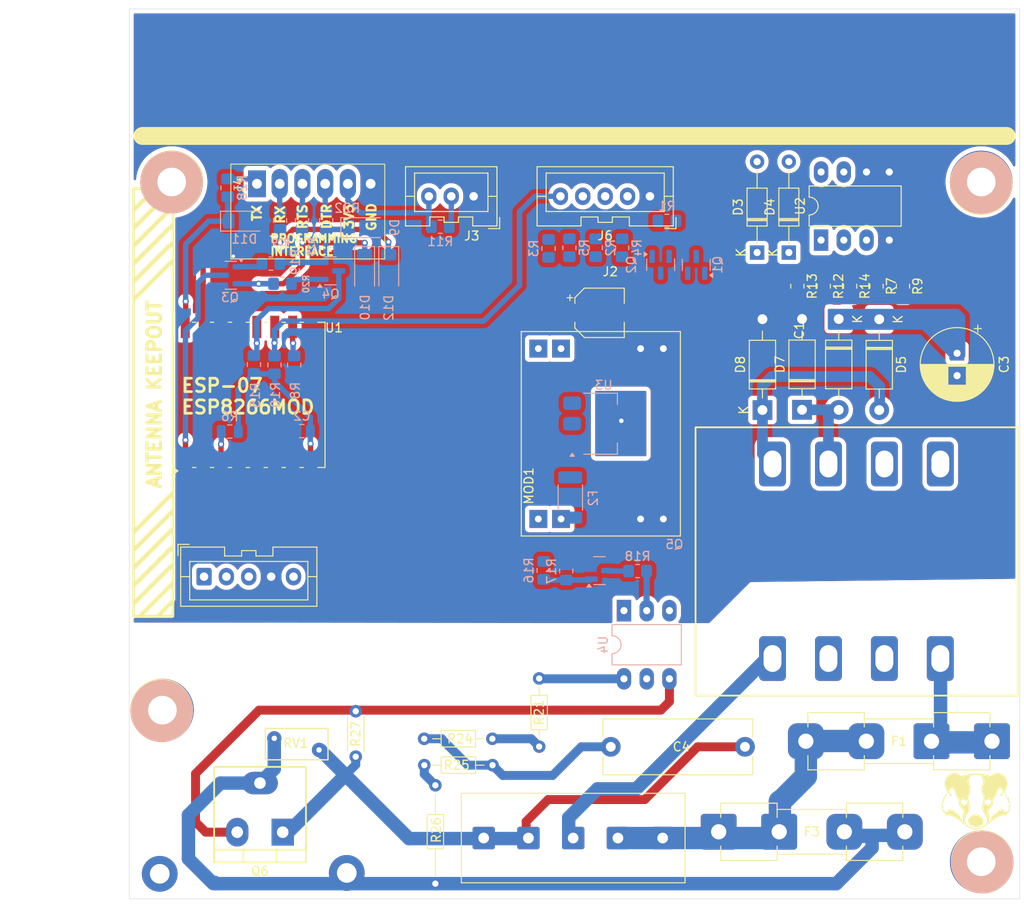
<source format=kicad_pcb>
(kicad_pcb (version 20240108) (generator "pcbnew") (generator_version "8.0")
  (layers (0 "F.Cu" signal) (31 "B.Cu" signal) (34 "B.Paste" user) (35 "F.Paste" user) (36 "B.SilkS" user "B.Silkscreen") (37 "F.SilkS" user "F.Silkscreen") (38 "B.Mask" user) (39 "F.Mask" user) (44 "Edge.Cuts" user))
  (net 0 "")
  (net 1 "GND")
  (net 2 "+5V")
  (net 3 "Net-(D5-K)")
  (net 4 "Net-(C4-Pad1)")
  (net 5 "Net-(J5-Pin_4)")
  (net 6 "Net-(D3-K)")
  (net 7 "AC_SEC_2")
  (net 8 "Net-(D9-K)")
  (net 9 "Net-(D10-K)")
  (net 10 "Net-(Q6-A2)")
  (net 11 "Net-(J4-Pin_2)")
  (net 12 "Net-(J4-Pin_1)")
  (net 13 "Net-(Q1-B)")
  (net 14 "Net-(Q2-B)")
  (net 15 "Net-(Q3-B)")
  (net 16 "Net-(Q4-B)")
  (net 17 "Net-(Q5-B)")
  (net 18 "Net-(Q5-C)")
  (net 19 "Net-(Q6-G)")
  (net 20 "Net-(U1-EN)")
  (net 21 "Net-(U1-GPIO15)")
  (net 22 "Net-(U2A-+)")
  (net 23 "Net-(U2A--)")
  (net 24 "Net-(R14-Pad2)")
  (net 25 "Net-(R18-Pad1)")
  (net 26 "Net-(R21-Pad1)")
  (net 27 "Net-(R21-Pad2)")
  (net 28 "Net-(R25-Pad1)")
  (net 32 "RST")
  (net 33 "RXD")
  (net 34 "AC_POWER_DRIVE")
  (net 35 "TXD")
  (net 36 "+3V3")
  (net 37 "GPIO0")
  (net 38 "CLK")
  (net 39 "MOSI")
  (net 40 "PUSH_BUTTON_2")
  (net 41 "CS")
  (net 42 "DS18B20")
  (net 43 "PUSH_BUTTON_1")
  (net 44 "DTR")
  (net 45 "RTS")
  (net 46 "AC_SEC_1")
  (net 47 "ZERO_CROSSING_SIGNAL")
  (net 48 "Net-(MOD1-IN+)")
  (net 49 "230V_L")
  (net 50 "Net-(T1-AA)")
  (net 51 "230V_N")
  (net 52 "LED_1")
  (net 53 "LED_2")
  (net 54 "Net-(Q1-C)")
  (net 55 "Net-(Q2-C)")
  (footprint "Resistor_SMD:R_0805_2012Metric_Pad1.20x1.40mm_HandSolder" (layer "F.Cu") (at 190.75 66.15 -90)
    (property "Reference" "R9")
    (property "Value" "10k")
  )
  (footprint "Diode_THT:D_DO-35_SOD27_P10.16mm_Horizontal" (layer "F.Cu") (at 178 62.385 90)
    (property "Reference" "D4")
    (property "Value" "1N4148")
  )
  (footprint "Diode_THT:D_DO-41_SOD81_P10.16mm_Horizontal" (layer "F.Cu") (at 179.475 79.97 90)
    (property "Reference" "D7")
    (property "Value" "1N4007")
  )
  (footprint "Varistor:RV_Disc_D7mm_W3.5mm_P5mm" (layer "F.Cu") (at 125.5 118 180)
    (property "Reference" "RV1")
    (property "Value" "S10K275")
  )
  (footprint "My-Footprints-connectors:Conn-01x06" (layer "F.Cu") (at 118.565 54.7 90)
    (property "Reference" "J4")
    (property "Value" "PROG_INTERFACE")
  )
  (footprint "My-Footprints:Fuseholder_Clip-5x20mm_Eaton_1A5601-01_Inline_P20.80x6.76mm_D1.70mm_Horizontal" (layer "F.Cu") (at 190.96 127.15 180)
    (property "Reference" "F3")
    (property "Value" "Fuse")
  )
  (footprint "Diode_THT:D_DO-41_SOD81_P10.16mm_Horizontal" (layer "F.Cu") (at 188.1 69.845 -90)
    (property "Reference" "D5")
    (property "Value" "1N4007")
  )
  (footprint "Diode_THT:D_DO-41_SOD81_P10.16mm_Horizontal" (layer "F.Cu") (at 175.05 79.995 90)
    (property "Reference" "D8")
    (property "Value" "1N4007")
  )
  (footprint "Connector_JST:JST_XA_B03B-XASK-1_1x03_P2.50mm_Vertical" (layer "F.Cu") (at 142.775 56.1 180)
    (property "Reference" "J3")
    (property "Value" "DS18B20")
  )
  (footprint "Connector_JST:JST_XA_B05B-XASK-1_1x05_P2.50mm_Vertical" (layer "F.Cu") (at 162.475 56.1 180)
    (property "Reference" "J6")
    (property "Value" "USER_PANEL")
  )
  (footprint "Resistor_SMD:R_0805_2012Metric_Pad1.20x1.40mm_HandSolder" (layer "F.Cu") (at 178.95 66.15 -90)
    (property "Reference" "R13")
    (property "Value" "1k")
  )
  (footprint "Capacitor_THT:CP_Radial_D8.0mm_P2.50mm" (layer "F.Cu") (at 196.8 73.65 -90)
    (property "Reference" "C3")
    (property "Value" "470u/16V")
  )
  (footprint "RF_Module:ESP-07" (layer "F.Cu") (at 115.45 78.3 90)
    (property "Reference" "U1")
    (property "Value" "ESP-07")
  )
  (footprint "Connector_JST:JST_XA_B05B-XASK-1_1x05_P2.50mm_Vertical" (layer "F.Cu") (at 112.65 98.625)
    (property "Reference" "J2")
    (property "Value" "DISPLAY")
  )
  (footprint "Capacitor_THT:C_Rect_L16.5mm_W6.0mm_P15.00mm_MKT" (layer "F.Cu") (at 158.1 117.65)
    (property "Reference" "C4")
    (property "Value" "22n/250V AC")
  )
  (footprint "Resistor_THT:R_Axial_DIN0204_L3.6mm_D1.6mm_P7.62mm_Horizontal" (layer "F.Cu") (at 138.5 130.95 90)
    (property "Reference" "R26")
    (property "Value" "200R")
  )
  (footprint "Resistor_THT:R_Axial_DIN0204_L3.6mm_D1.6mm_P7.62mm_Horizontal" (layer "F.Cu") (at 137.25 116.75)
    (property "Reference" "R24")
    (property "Value" "200R")
  )
  (footprint "My-Footprints:Transformer TS2-14" (layer "F.Cu") (at 203.575 111.925 180)
    (property "Reference" "T1" (hide yes))
    (property "Value" "Transformer_1P_1S")
  )
  (footprint "Diode_THT:D_DO-41_SOD81_P10.16mm_Horizontal" (layer "F.Cu") (at 183.575 69.82 -90)
    (property "Reference" "D6" (hide yes))
    (property "Value" "1N4007")
  )
  (footprint "My-Footprints-connectors:Screw-Terminal-5.00mm-5pin" (layer "F.Cu") (at 163.9 127.85 180)
    (property "Reference" "J5" (hide yes))
    (property "Value" "Screw_Terminal_01x05")
  )
  (footprint "Resistor_THT:R_Axial_DIN0204_L3.6mm_D1.6mm_P5.08mm_Horizontal" (layer "F.Cu") (at 129.6 113.67 -90)
    (property "Reference" "R27")
    (property "Value" "390R")
  )
  (footprint "Resistor_SMD:R_0805_2012Metric_Pad1.20x1.40mm_HandSolder" (layer "F.Cu") (at 184.85 66.15 -90)
    (property "Reference" "R14")
    (property "Value" "10k")
  )
  (footprint "Capacitor_SMD:CP_Elec_5x5.7" (layer "F.Cu") (at 156.85 69.125)
    (property "Reference" "C1")
    (property "Value" "470u/6,3V")
  )
  (footprint "Resistor_SMD:R_0805_2012Metric_Pad1.20x1.40mm_HandSolder" (layer "F.Cu") (at 187.8 66.15 -90)
    (property "Reference" "R7")
    (property "Value" "10k")
  )
  (footprint "graphic:honeybadger2" (layer "F.Cu") (at 198.9 123.75)
    (property "Reference" "G***" (hide yes))
    (property "Value" "LOGO" (hide yes))
  )
  (footprint "My-Footprints-converters-modules:MP1504_Mini_3A_Step_Down_Conv" (layer "F.Cu") (at 148.1 94.08 90)
    (property "Reference" "MOD1")
    (property "Value" "LM2596-Step-Down")
  )
  (footprint "Package_DIP:DIP-8_W7.62mm_LongPads" (layer "F.Cu") (at 181.6 61 90)
    (property "Reference" "U2")
    (property "Value" "LM393")
  )
  (footprint "Resistor_SMD:R_0805_2012Metric_Pad1.20x1.40mm_HandSolder" (layer "F.Cu") (at 181.9 66.15 -90)
    (property "Reference" "R12")
    (property "Value" "33k")
  )
  (footprint "Diode_THT:D_DO-35_SOD27_P10.16mm_Horizontal" (layer "F.Cu") (at 174.45 62.385 90)
    (property "Reference" "D3")
    (property "Value" "1N4148")
  )
  (footprint "Resistor_THT:R_Axial_DIN0204_L3.6mm_D1.6mm_P7.62mm_Horizontal" (layer "F.Cu") (at 150.1 117.625 90)
    (property "Reference" "R21")
    (property "Value" "200R")
  )
  (footprint "Resistor_THT:R_Axial_DIN0204_L3.6mm_D1.6mm_P7.62mm_Horizontal" (layer "F.Cu") (at 137.265 119.7)
    (property "Reference" "R25")
    (property "Value" "200R")
  )
  (footprint "My-Footprints:TO-220-3_V_Wide_Legs" (layer "F.Cu") (at 121.44 127.293466 180)
    (property "Reference" "Q6")
    (property "Value" "BT139-600")
  )
  (footprint "My-Footprints:Fuseholder_Clip-5x20mm_Eaton_1A5601-01_Inline_P20.80x6.76mm_D1.70mm_Horizontal" (layer "F.Cu") (at 179.9 117.025)
    (property "Reference" "F1")
    (property "Value" "Fuse")
  )
  (footprint "Resistor_SMD:R_0805_2012Metric_Pad1.20x1.40mm_HandSolder" (layer "B.Cu") (at 120.125 63.625)
    (property "Reference" "R19")
    (property "Value" "10k")
  )
  (footprint "Resistor_SMD:R_0805_2012Metric_Pad1.20x1.40mm_HandSolder" (layer "B.Cu") (at 153.475 61.85 90)
    (property "Reference" "R5")
    (property "Value" "220R")
  )
  (footprint "Resistor_SMD:R_0805_2012Metric_Pad1.20x1.40mm_HandSolder" (layer "B.Cu") (at 121.415 65.875 180)
    (property "Reference" "R20")
    (property "Value" "10k")
  )
  (footprint "Resistor_SMD:R_0805_2012Metric_Pad1.20x1.40mm_HandSolder" (layer "B.Cu") (at 151.15 61.925 -90)
    (property "Reference" "R3")
    (property "Value" "10k")
  )
  (footprint "Fuse:Fuse_2010_5025Metric" (layer "B.Cu") (at 153.58 89.775 -90)
    (property "Reference" "F2")
    (property "Value" "300mA")
  )
  (footprint "Diode_SMD:D_MiniMELF" (layer "B.Cu") (at 130.59 64.375 -90)
    (property "Reference" "D10")
    (property "Value" "3V3")
  )
  (footprint "Package_TO_SOT_SMD:SOT-23" (layer "B.Cu") (at 163.675 63.75 -90)
    (property "Reference" "Q2")
    (property "Value" "BC807")
  )
  (footprint "Capacitor_SMD:C_0805_2012Metric" (layer "B.Cu") (at 123.575 82.35 180)
    (property "Reference" "C2")
    (property "Value" "100n")
  )
  (footprint "Resistor_SMD:R_0805_2012Metric_Pad1.20x1.40mm_HandSolder" (layer "B.Cu") (at 118.225 74.9 90)
    (property "Reference" "R15")
    (property "Value" "10k")
  )
  (footprint "Resistor_SMD:R_0805_2012Metric_Pad1.20x1.40mm_HandSolder" (layer "B.Cu") (at 150.6 97.925 -90)
    (property "Reference" "R16")
    (property "Value" "10k")
  )
  (footprint "Resistor_SMD:R_0805_2012Metric_Pad1.20x1.40mm_HandSolder" (layer "B.Cu") (at 153.125 98 -90)
    (property "Reference" "R17")
    (property "Value" "47k")
  )
  (footprint "Package_TO_SOT_SMD:SOT-23" (layer "B.Cu") (at 167.65 63.7625 90)
    (property "Reference" "Q1")
    (property "Value" "BC807")
  )
  (footprint "Package_TO_SOT_SMD:SOT-223-3_TabPin2" (layer "B.Cu") (at 156.93 81.525)
    (property "Reference" "U3")
    (property "Value" "AMS1117-3.3")
  )
  (footprint "Resistor_SMD:R_0805_2012Metric_Pad1.20x1.40mm_HandSolder" (layer "B.Cu") (at 156.425 61.85 90)
    (property "Reference" "R2")
    (property "Value" "10K")
  )
  (footprint "Resistor_SMD:R_0805_2012Metric_Pad1.20x1.40mm_HandSolder" (layer "B.Cu") (at 164.375 58.85 180)
    (property "Reference" "R1")
    (property "Value" "10K")
  )
  (footprint "Package_DIP:DIP-6_W7.62mm_LongPads" (layer "B.Cu") (at 159.575 102.425 -90)
    (property "Reference" "U4")
    (property "Value" "MOC3033M")
  )
  (footprint "Package_TO_SOT_SMD:SOT-23" (layer "B.Cu") (at 156.8375 97.95)
    (property "Reference" "Q5")
    (property "Value" "BC817")
  )
  (footprint "Package_TO_SOT_SMD:SOT-23" (layer "B.Cu") (at 115.64 64.925 180)
    (property "Reference" "Q3")
    (property "Value" "BC817")
  )
  (footprint "Resistor_SMD:R_0805_2012Metric_Pad1.20x1.40mm_HandSolder" (layer "B.Cu") (at 115.275 55.15 90)
    (property "Reference" "R28")
    (property "Value" "1k")
  )
  (footprint "Resistor_SMD:R_0805_2012Metric_Pad1.20x1.40mm_HandSolder" (layer "B.Cu") (at 126.295 58.8 90)
    (property "Reference" "R22")
    (property "Value" "560R")
  )
  (footprint "Resistor_SMD:R_0805_2012Metric_Pad1.20x1.40mm_HandSolder" (layer "B.Cu") (at 123.595 58.8 90)
    (property "Reference" "R23")
    (property "Value" "560R")
  )
  (footprint "Diode_SMD:D_MiniMELF" (layer "B.Cu") (at 133.29 64.375 -90)
    (property "Reference" "D12")
    (property "Value" "3V3")
  )
  (footprint "Resistor_SMD:R_0805_2012Metric_Pad1.20x1.40mm_HandSolder" (layer "B.Cu") (at 139.05 59.5)
    (property "Reference" "R11")
    (property "Value" "10k")
  )
  (footprint "Package_TO_SOT_SMD:SOT-23" (layer "B.Cu") (at 126.765 64.4375)
    (property "Reference" "Q4")
    (property "Value" "BC817")
  )
  (footprint "Diode_SMD:D_MiniMELF" (layer "B.Cu") (at 130.595 59.6)
    (property "Reference" "D9")
    (property "Value" "3V3")
  )
  (footprint "Resistor_SMD:R_0805_2012Metric_Pad1.20x1.40mm_HandSolder" (layer "B.Cu") (at 159.375 61.85 90)
    (property "Reference" "R4")
    (property "Value" "220R")
  )
  (footprint "Resistor_SMD:R_0805_2012Metric_Pad1.20x1.40mm_HandSolder" (layer "B.Cu") (at 161.1 98 180)
    (property "Reference" "R18")
    (property "Value" "47R")
  )
  (footprint "Capacitor_SMD:C_0805_2012Metric" (layer "B.Cu") (at 115.525 82.4 180)
    (property "Reference" "R6")
    (property "Value" "10k")
  )
  (footprint "Diode_SMD:D_MiniMELF" (layer "B.Cu") (at 117.15 58.875)
    (property "Reference" "D11")
    (property "Value" "3V3")
  )
  (footprint "Resistor_SMD:R_0805_2012Metric_Pad1.20x1.40mm_HandSolder" (layer "B.Cu") (at 120.525 74.95 -90)
    (property "Reference" "R10")
    (property "Value" "10k")
  )
  (footprint "Resistor_SMD:R_0805_2012Metric_Pad1.20x1.40mm_HandSolder" (layer "B.Cu") (at 121.145 58.8 90)
    (property "Reference" "R29")
    (property "Value" "1k")
  )
  (footprint "Resistor_SMD:R_0805_2012Metric_Pad1.20x1.40mm_HandSolder" (layer "B.Cu") (at 122.725 74.95 -90)
    (property "Reference" "R8")
    (property "Value" "10k")
  )
  (gr_rect (start 156.4675 77.9625) (end 161.9675 85.0625) (stroke (width 0.2)) (fill solid) (layer "F.Cu") (net 36))
  (gr_rect (start 156.4675 77.9625) (end 161.9675 85.0625) (stroke (width 0.2)) (fill solid) (layer "B.Cu") (net 36))
  (gr_poly (pts (xy 182.525 70.925) (xy 192.95 70.925) (xy 196.025 74) (xy 196.025 74.25) (xy 197.35 74.25) (xy 197.625 73.975) (xy 197.625 69.475) (xy 196.925 68.775) (xy 182.475 68.775) (xy 182.45 68.8) (xy 182.45 70.875) (xy 182.525 70.95)) (stroke (width 0.2)) (fill solid) (layer "B.Cu") (net 3))
  (gr_circle (center 107.92 113.63) (end 111.37 113.63) (stroke (width 0.1)) (fill solid) (layer "B.SilkS"))
  (gr_circle (center 199.62 130.555) (end 203.07 130.555) (stroke (width 0.1)) (fill solid) (layer "B.SilkS"))
  (gr_circle (center 199.5 54.6) (end 202.95 54.6) (stroke (width 0.1)) (fill solid) (layer "B.SilkS"))
  (gr_circle (center 109.025 54.525) (end 112.475 54.525) (stroke (width 0.1)) (fill solid) (layer "B.SilkS"))
  (gr_line (start 109.037563 59.387437) (end 104.895 63.53) (stroke (width 0.5)) (layer "F.SilkS"))
  (gr_line (start 109.037563 91.387437) (end 104.895 95.53) (stroke (width 0.5)) (layer "F.SilkS"))
  (gr_line (start 109.12577 99.39923) (end 105.622693 102.902307) (stroke (width 0.5)) (layer "F.SilkS"))
  (gr_line (start 109.087308 101.437692) (end 107.575 102.95) (stroke (width 0.5)) (layer "F.SilkS"))
  (gr_rect (start 104.775 55.25) (end 109.175 103.05) (stroke (width 0.3)) (fill none) (layer "F.SilkS"))
  (gr_line (start 109.037563 63.387437) (end 104.895 67.53) (stroke (width 0.5)) (layer "F.SilkS"))
  (gr_line (start 109.037563 57.387437) (end 104.895 61.53) (stroke (width 0.5)) (layer "F.SilkS"))
  (gr_line (start 109.037563 61.387437) (end 104.895 65.53) (stroke (width 0.5)) (layer "F.SilkS"))
  (gr_circle (center 107.9 113.55) (end 111.35 113.55) (stroke (width 0.1)) (fill solid) (layer "F.SilkS"))
  (gr_circle (center 199.48 54.67) (end 202.93 54.67) (stroke (width 0.1)) (fill solid) (layer "F.SilkS"))
  (gr_circle (center 109.05 54.475) (end 112.5 54.475) (stroke (width 0.1)) (fill solid) (layer "F.SilkS"))
  (gr_line (start 107.110384 55.314616) (end 104.884872 57.540128) (stroke (width 0.5)) (layer "F.SilkS"))
  (gr_line (start 109.037563 93.387437) (end 104.895 97.53) (stroke (width 0.5)) (layer "F.SilkS"))
  (gr_line (start 109.037563 97.387437) (end 104.879615 101.545385) (stroke (width 0.5)) (layer "F.SilkS"))
  (gr_circle (center 199.6 130.475) (end 203.05 130.475) (stroke (width 0.1)) (fill solid) (layer "F.SilkS"))
  (gr_line (start 109.037563 89.387437) (end 104.895 93.53) (stroke (width 0.5)) (layer "F.SilkS"))
  (gr_line (start 202.3375 49.35) (end 105.7625 49.35) (stroke (width 2)) (layer "F.SilkS"))
  (gr_line (start 109.037563 95.387437) (end 104.895 99.53) (stroke (width 0.5)) (layer "F.SilkS"))
  (gr_rect (start 115.645 52.5) (end 132.845 63.1) (stroke (width 0.1)) (fill none) (layer "F.SilkS"))
  (gr_line (start 109.037563 55.387437) (end 104.895 59.53) (stroke (width 0.5)) (layer "F.SilkS"))
  (gr_rect (start 104.3 35.15) (end 203.8 134.65) (stroke (width 0.05)) (fill none) (layer "Edge.Cuts"))
  (gr_text "ANTENNA KEEPOUT" (at 107.975 88.95 90) (layer "F.SilkS") (effects (font (size 1.5 1.5) (thickness 0.375) (bold yes)) (justify left bottom)))
  (gr_text "RTS" (at 124.245 59.9 90) (layer "F.SilkS") (effects (font (size 1 1) (thickness 0.25) (bold yes)) (justify left bottom)))
  (gr_text "GND" (at 131.945 60.1 90) (layer "F.SilkS") (effects (font (size 1 1) (thickness 0.25) (bold yes)) (justify left bottom)))
  (gr_text "DTR" (at 126.945 59.9 90) (layer "F.SilkS") (effects (font (size 1 1) (thickness 0.25) (bold yes)) (justify left bottom)))
  (gr_text "RX" (at 121.745 59.3 90) (layer "F.SilkS") (effects (font (size 1 1) (thickness 0.25) (bold yes)) (justify left bottom)))
  (gr_text "ESP-07\nESP8266MOD" (at 109.975 80.55 0) (layer "F.SilkS") (effects (font (size 1.5 1.5) (thickness 0.3) (bold yes)) (justify left bottom)))
  (gr_text "TX" (at 119.145 59 90) (layer "F.SilkS") (effects (font (size 1 1) (thickness 0.25) (bold yes)) (justify left bottom)))
  (gr_text "PROGRAMMING\nINTERFACE" (at 119.945 62.8 0) (layer "F.SilkS") (effects (font (size 0.9 0.9) (thickness 0.225) (bold yes)) (justify left bottom)))
  (gr_text "3V3\n" (at 129.445 59.9 90) (layer "F.SilkS") (effects (font (size 1 1) (thickness 0.25) (bold yes)) (justify left bottom)))
  (via (at 107.7 131.85) (size 4) (drill 2.2) (layers "F.Cu" "B.Cu") (net 0))
  (via (at 109.037563 54.5) (size 7) (drill 3.2) (layers "F.Cu" "B.Cu") (net 0))
  (via (at 108 113.55) (size 7) (drill 3.2) (layers "F.Cu" "B.Cu") (net 0))
  (via (at 199.5 54.5) (size 7) (drill 3.2) (layers "F.Cu" "B.Cu") (net 0))
  (via (at 199.5 130.5) (size 7) (drill 3.2) (layers "F.Cu" "B.Cu") (net 0))
  (via (at 115.925 62.8) (size 0.7) (drill 0.4) (layers "F.Cu" "B.Cu") (net 1))
  (via (at 118.775 57.475) (size 0.7) (drill 0.4) (layers "F.Cu" "B.Cu") (net 1))
  (segment (start 196.8 70.9) (end 196.8 73.65) (width 1.2) (layer "B.Cu") (net 3))
  (segment (start 195.72 69.82) (end 196.8 70.9) (width 1.2) (layer "B.Cu") (net 3))
  (segment (start 151.6 120.85) (end 154.8 117.65) (width 1) (layer "B.Cu") (net 4))
  (segment (start 144.885 119.7) (end 146.035 120.85) (width 1) (layer "B.Cu") (net 4))
  (segment (start 146.035 120.85) (end 151.6 120.85) (width 1) (layer "B.Cu") (net 4))
  (segment (start 142.125 119.7) (end 144.885 119.7) (width 1) (layer "B.Cu") (net 4))
  (segment (start 139.225 116.75) (end 139.225 116.8) (width 1) (layer "B.Cu") (net 4))
  (segment (start 137.25 116.75) (end 139.225 116.75) (width 1) (layer "B.Cu") (net 4))
  (segment (start 154.8 117.65) (end 158.1 117.65) (width 1) (layer "B.Cu") (net 4))
  (segment (start 139.225 116.8) (end 142.125 119.7) (width 1) (layer "B.Cu") (net 4))
  (segment (start 148.65 126) (end 148.65 127.85) (width 1) (layer "F.Cu") (net 5))
  (segment (start 161.9 123.55) (end 151.1 123.55) (width 1) (layer "F.Cu") (net 5))
  (segment (start 173.1 117.65) (end 167.8 117.65) (width 1) (layer "F.Cu") (net 5))
  (segment (start 151.1 123.55) (end 148.65 126) (width 1) (layer "F.Cu") (net 5))
  (segment (start 167.8 117.65) (end 161.9 123.55) (width 1) (layer "F.Cu") (net 5))
  (segment (start 128.443267 120.806733) (end 129.6 119.65) (width 1) (layer "B.Cu") (net 5))
  (segment (start 128.443267 120.806733) (end 122.056534 127.193466) (width 1.5) (layer "B.Cu") (net 5))
  (segment (start 148.34 127.91) (end 148.4 127.85) (width 1.5) (layer "B.Cu") (net 5))
  (segment (start 122.056534 127.193466) (end 121.44 127.193466) (width 1.5) (layer "B.Cu") (net 5))
  (segment (start 125.636534 118) (end 125.5 118) (width 1.5) (layer "B.Cu") (net 5))
  (segment (start 128.443267 120.806733) (end 125.636534 118) (width 1.5) (layer "B.Cu") (net 5))
  (segment (start 128.443267 120.806733) (end 135.546534 127.91) (width 1.5) (layer "B.Cu") (net 5))
  (segment (start 135.546534 127.91) (end 148.34 127.91) (width 1.5) (layer "B.Cu") (net 5))
  (segment (start 129.6 119.65) (end 129.6 118.75) (width 1) (layer "B.Cu") (net 5))
  (segment (start 182.883332 85.566668) (end 182.425 86.025) (width 1.5) (layer "B.Cu") (net 7))
  (segment (start 182.425 80.045) (end 182.35 79.97) (width 1.2) (layer "B.Cu") (net 7))
  (segment (start 183.575 79.98) (end 183.565 79.97) (width 1.2) (layer "B.Cu") (net 7))
  (segment (start 183.565 79.97) (end 179.475 79.97) (width 1.2) (layer "B.Cu") (net 7))
  (segment (start 182.35 79.97) (end 183.565 79.97) (width 1.2) (layer "B.Cu") (net 7))
  (segment (start 182.425 86.025) (end 182.425 80.045) (width 1.2) (layer "B.Cu") (net 7))
  (segment (start 126.295 59.8) (end 126.295 63.02) (width 0.6) (layer "B.Cu") (net 8))
  (segment (start 126.295 63.02) (end 125.8275 63.4875) (width 0.6) (layer "B.Cu") (net 8))
  (segment (start 126.295 59.8) (end 128.645 59.8) (width 0.6) (layer "B.Cu") (net 8))
  (segment (start 121.2875 63.4875) (end 121.1 63.675) (width 0.6) (layer "B.Cu") (net 8))
  (segment (start 125.8275 63.4875) (end 121.2875 63.4875) (width 0.6) (layer "B.Cu") (net 8))
  (segment (start 128.645 59.8) (end 128.845 59.6) (width 0.6) (layer "B.Cu") (net 8))
  (segment (start 123.65 63.75) (end 123.65 61.3) (width 0.6) (layer "F.Cu") (net 9))
  (segment (start 121.525 65.875) (end 123.65 63.75) (width 0.6) (layer "F.Cu") (net 9))
  (segment (start 118.75 65.875) (end 121.525 65.875) (width 0.6) (layer "F.Cu") (net 9))
  (segment (start 123.65 61.3) (end 130.6 61.3) (width 0.6) (layer "F.Cu") (net 9))
  (via (at 118.75 65.875) (size 0.7) (drill 0.4) (layers "F.Cu" "B.Cu") (net 9))
  (via (at 123.65 61.3) (size 0.7) (drill 0.4) (layers "F.Cu" "B.Cu") (net 9))
  (via (at 130.6 61.3) (size 0.7) (drill 0.4) (layers "F.Cu" "B.Cu") (net 9))
  (segment (start 123.65 59.855) (end 123.595 59.8) (width 0.6) (layer "B.Cu") (net 9))
  (segment (start 118.75 65.875) (end 120.415 65.875) (width 0.6) (layer "B.Cu") (net 9))
  (segment (start 130.6 62.615) (end 130.59 62.625) (width 0.6) (layer "B.Cu") (net 9))
  (segment (start 123.65 61.3) (end 123.65 59.855) (width 0.6) (layer "B.Cu") (net 9))
  (segment (start 130.6 61.3) (end 130.6 62.615) (width 0.6) (layer "B.Cu") (net 9))
  (segment (start 116.5775 65.875) (end 118.75 65.875) (width 0.6) (layer "B.Cu") (net 9))
  (via (at 128.6 131.75) (size 4) (drill 2.2) (layers "F.Cu" "B.Cu") (net 10))
  (segment (start 184.3 127.65) (end 187.3 127.65) (width 1.5) (layer "B.Cu") (net 10))
  (segment (start 183.3 132.95) (end 138.5 132.95) (width 1.5) (layer "B.Cu") (net 10))
  (segment (start 184.2 127.55) (end 190.96 127.55) (width 1.5) (layer "B.Cu") (net 10))
  (segment (start 187.3 127.65) (end 187.3 128.95) (width 1.5) (layer "B.Cu") (net 10))
  (segment (start 120.5 116.7) (end 120.5 120.105466) (width 1.5) (layer "B.Cu") (net 10))
  (segment (start 113.988359 132.95) (end 113.837446 132.799087) (width 1.5) (layer "B.Cu") (net 10))
  (segment (start 138.5 132.95) (end 113.988359 132.95) (width 1.5) (layer "B.Cu") (net 10))
  (segment (start 187.3 128.95) (end 183.3 132.95) (width 1.5) (layer "B.Cu") (net 10))
  (segment (start 110.91 130.173466) (end 112.71 131.973466) (width 1.5) (layer "B.Cu") (net 10))
  (segment (start 120.5 120.105466) (end 118.9 121.705466) (width 1.5) (layer "B.Cu") (net 10))
  (segment (start 112.71 131.973466) (end 113.686534 132.95) (width 1.5) (layer "B.Cu") (net 10))
  (segment (start 110.91 125.273466) (end 110.91 130.173466) (width 1.5) (layer "B.Cu") (net 10))
  (segment (start 184.2 127.55) (end 184.3 127.65) (width 1.5) (layer "B.Cu") (net 10))
  (segment (start 118.9 121.705466) (end 114.478 121.705466) (width 1.5) (layer "B.Cu") (net 10))
  (segment (start 118.9 121.705466) (end 117.620932 121.705466) (width 1.5) (layer "B.Cu") (net 10))
  (segment (start 114.478 121.705466) (end 110.91 125.273466) (width 1.5) (layer "B.Cu") (net 10))
  (segment (start 121.105 57.76) (end 121.145 57.8) (width 0.6) (layer "B.Cu") (net 11))
  (segment (start 121.105 54.7) (end 121.105 57.76) (width 0.6) (layer "B.Cu") (net 11))
  (segment (start 115.275 54.15) (end 118.015 54.15) (width 0.6) (layer "B.Cu") (net 12))
  (segment (start 118.015 54.15) (end 118.565 54.7) (width 0.6) (layer "B.Cu") (net 12))
  (segment (start 118.8 63.975) (end 119.1 63.675) (width 0.6) (layer "B.Cu") (net 15))
  (segment (start 116.5775 63.975) (end 118.8 63.975) (width 0.6) (layer "B.Cu") (net 15))
  (segment (start 125.8275 65.3875) (end 122.9025 65.3875) (width 0.6) (layer "B.Cu") (net 16))
  (segment (start 122.9025 65.3875) (end 122.415 65.875) (width 0.6) (layer "B.Cu") (net 16))
  (segment (start 153.125 99) (end 150.675 99) (width 0.6) (layer "B.Cu") (net 17))
  (segment (start 155.8 99) (end 153.125 99) (width 0.6) (layer "B.Cu") (net 17))
  (segment (start 155.9 98.9) (end 155.8 99) (width 0.6) (layer "B.Cu") (net 17))
  (segment (start 150.675 99) (end 150.6 98.925) (width 0.6) (layer "B.Cu") (net 17))
  (segment (start 160.1 98) (end 157.825 98) (width 0.6) (layer "B.Cu") (net 18))
  (segment (start 157.825 98) (end 157.775 97.95) (width 0.6) (layer "B.Cu") (net 18))
  (segment (start 112.843466 127.193466) (end 116.19 127.193466) (width 1) (layer "F.Cu") (net 19))
  (segment (start 118.8 113.55) (end 111.7 120.65) (width 1) (layer "F.Cu") (net 19))
  (segment (start 163.7 113.55) (end 164.655 112.595) (width 1) (layer "F.Cu") (net 19))
  (segment (start 164.655 110.045) (end 164.655 112.595) (width 1) (layer "F.Cu") (net 19))
  (segment (start 163.7 113.55) (end 118.8 113.55) (width 1) (layer "F.Cu") (net 19))
  (segment (start 111.7 126.05) (end 112.843466 127.193466) (width 1) (layer "F.Cu") (net 19))
  (segment (start 111.7 120.65) (end 111.7 126.05) (width 1) (layer "F.Cu") (net 19))
  (segment (start 114.55 83.825) (end 114.55 85.9) (width 0.6) (layer "F.Cu") (net 20))
  (via (at 114.55 83.825) (size 0.7) (drill 0.4) (layers "F.Cu" "B.Cu") (net 20))
  (segment (start 114.575 83.8) (end 114.55 83.825) (width 0.6) (layer "B.Cu") (net 20))
  (segment (start 114.575 82.4) (end 114.575 83.8) (width 0.6) (layer "B.Cu") (net 20))
  (segment (start 122.55 70.7) (end 122.55 72.475) (width 0.6) (layer "F.Cu") (net 21))
  (segment (start 122.55 72.475) (end 122.6 72.525) (width 0.6) (layer "F.Cu") (net 21))
  (via (at 122.6 72.525) (size 0.7) (drill 0.4) (layers "F.Cu" "B.Cu") (net 21))
  (segment (start 122.6 73.825) (end 122.725 73.95) (width 0.6) (layer "B.Cu") (net 21))
  (segment (start 122.6 72.525) (end 122.6 73.825) (width 0.6) (layer "B.Cu") (net 21))
  (segment (start 162.1 98) (end 162.1 102.41) (width 0.7) (layer "B.Cu") (net 25))
  (segment (start 162.1 102.41) (end 162.115 102.425) (width 0.7) (layer "B.Cu") (net 25))
  (segment (start 144.87 116.75) (end 149.225 116.75) (width 1) (layer "B.Cu") (net 26))
  (segment (start 149.225 116.75) (end 150.1 117.625) (width 1) (layer "B.Cu") (net 26))
  (segment (start 159.575 110.045) (end 150.14 110.045) (width 1) (layer "B.Cu") (net 27))
  (segment (start 150.14 110.045) (end 150.1 110.005) (width 1) (layer "B.Cu") (net 27))
  (segment (start 137.265 120.715) (end 138.5 121.95) (width 1) (layer "B.Cu") (net 28))
  (segment (start 137.265 119.7) (end 137.265 120.715) (width 1) (layer "B.Cu") (net 28))
  (segment (start 110.575 83.35) (end 110.575 85.875) (width 0.6) (layer "F.Cu") (net 32))
  (segment (start 110.575 85.875) (end 110.55 85.9) (width 0.6) (layer "F.Cu") (net 32))
  (via (at 110.575 83.35) (size 0.7) (drill 0.4) (layers "F.Cu" "B.Cu") (net 32))
  (segment (start 111.975 65.75) (end 111.975 69.025) (width 0.6) (layer "B.Cu") (net 32))
  (segment (start 114.7025 64.925) (end 112.8 64.925) (width 0.6) (layer "B.Cu") (net 32))
  (segment (start 111.975 69.025) (end 111.975 69.7) (width 0.6) (layer "B.Cu") (net 32))
  (segment (start 111.975 69.7) (end 110.575 71.1) (width 0.6) (layer "B.Cu") (net 32))
  (segment (start 112.8 64.925) (end 111.975 65.75) (width 0.6) (layer "B.Cu") (net 32))
  (segment (start 110.575 71.1) (end 110.575 83.35) (width 0.6) (layer "B.Cu") (net 32))
  (segment (start 121.125 61.275) (end 122.6 59.8) (width 0.6) (layer "F.Cu") (net 33))
  (segment (start 131.85 59.8) (end 133.25 61.2) (width 0.6) (layer "F.Cu") (net 33))
  (segment (start 112.55 62.775) (end 114.05 61.275) (width 0.6) (layer "F.Cu") (net 33))
  (segment (start 112.55 70.7) (end 112.55 62.775) (width 0.6) (layer "F.Cu") (net 33))
  (segment (start 114.05 61.275) (end 121.125 61.275) (width 0.6) (layer "F.Cu") (net 33))
  (segment (start 122.6 59.8) (end 131.85 59.8) (width 0.6) (layer "F.Cu") (net 33))
  (via (at 133.25 61.2) (size 0.7) (drill 0.4) (layers "F.Cu" "B.Cu") (net 33))
  (via (at 121.125 61.275) (size 0.7) (drill 0.4) (layers "F.Cu" "B.Cu") (net 33))
  (segment (start 133.25 61.2) (end 133.25 62.585) (width 0.6) (layer "B.Cu") (net 33))
  (segment (start 121.125 61.275) (end 121.125 59.82) (width 0.6) (layer "B.Cu") (net 33))
  (segment (start 133.25 62.585) (end 133.29 62.625) (width 0.6) (layer "B.Cu") (net 33))
  (segment (start 121.125 59.82) (end 121.145 59.8) (width 0.6) (layer "B.Cu") (net 33))
  (segment (start 110.6 70.65) (end 110.55 70.7) (width 0.6) (layer "F.Cu") (net 35))
  (segment (start 110.6 67.85) (end 110.6 70.65) (width 0.6) (layer "F.Cu") (net 35))
  (via (at 110.6 67.85) (size 0.7) (drill 0.4) (layers "F.Cu" "B.Cu") (net 35))
  (segment (start 115.275 56.15) (end 115.275 58.75) (width 0.6) (layer "B.Cu") (net 35))
  (segment (start 110.6 61.45) (end 110.6 67.85) (width 0.6) (layer "B.Cu") (net 35))
  (segment (start 113.175 58.875) (end 110.6 61.45) (width 0.6) (layer "B.Cu") (net 35))
  (segment (start 115.4 58.875) (end 113.175 58.875) (width 0.6) (layer "B.Cu") (net 35))
  (segment (start 115.275 58.75) (end 115.4 58.875) (width 0.6) (layer "B.Cu") (net 35))
  (segment (start 124.55 83.75) (end 124.55 85.9) (width 0.6) (layer "F.Cu") (net 36))
  (via (at 159.28 81.2) (size 1.2) (drill 0.5) (layers "F.Cu" "B.Cu") (net 36))
  (via (at 124.55 83.75) (size 0.7) (drill 0.4) (layers "F.Cu" "B.Cu") (net 36))
  (segment (start 118.275 75.95) (end 120.525 75.95) (width 0.6) (layer "B.Cu") (net 36))
  (segment (start 128.725 54.7) (end 128.725 56.55) (width 0.6) (layer "B.Cu") (net 36))
  (segment (start 137.775 59.2) (end 138.125 59.55) (width 0.6) (layer "B.Cu") (net 36))
  (segment (start 124.525 83.725) (end 124.55 83.75) (width 0.6) (layer "B.Cu") (net 36))
  (segment (start 120.525 75.95) (end 120.525 76.8) (width 0.6) (layer "B.Cu") (net 36))
  (segment (start 130.125 57.95) (end 137.725 57.95) (width 0.6) (layer "B.Cu") (net 36))
  (segment (start 118.225 75.9) (end 116.475 77.65) (width 0.6) (layer "B.Cu") (net 36))
  (segment (start 118.225 75.9) (end 118.275 75.95) (width 0.6) (layer "B.Cu") (net 36))
  (segment (start 137.775 56.1) (end 137.775 57.9) (width 0.6) (layer "B.Cu") (net 36))
  (segment (start 120.525 76.8) (end 124.525 80.8) (width 0.6) (layer "B.Cu") (net 36))
  (segment (start 116.475 77.65) (end 116.475 82.4) (width 0.6) (layer "B.Cu") (net 36))
  (segment (start 128.725 56.55) (end 130.125 57.95) (width 0.6) (layer "B.Cu") (net 36))
  (segment (start 137.775 57.9) (end 137.775 59.2) (width 0.6) (layer "B.Cu") (net 36))
  (segment (start 124.525 80.8) (end 124.525 82.35) (width 0.6) (layer "B.Cu") (net 36))
  (segment (start 137.725 57.95) (end 137.775 57.9) (width 0.6) (layer "B.Cu") (net 36))
  (segment (start 124.525 82.35) (end 124.525 83.725) (width 0.6) (layer "B.Cu") (net 36))
  (segment (start 118.55 72.525) (end 118.55 70.7) (width 0.6) (layer "F.Cu") (net 37))
  (via (at 118.55 72.525) (size 0.7) (drill 0.4) (layers "F.Cu" "B.Cu") (net 37))
  (segment (start 127.7025 64.4375) (end 127.7025 67.5225) (width 0.6) (layer "B.Cu") (net 37))
  (segment (start 127.7025 67.5225) (end 126.575 68.65) (width 0.6) (layer "B.Cu") (net 37))
  (segment (start 118.55 69.95) (end 118.55 72.525) (width 0.6) (layer "B.Cu") (net 37))
  (segment (start 118.55 72.525) (end 118.55 73.575) (width 0.6) (layer "B.Cu") (net 37))
  (segment (start 118.55 73.575) (end 118.225 73.9) (width 0.6) (layer "B.Cu") (net 37))
  (segment (start 119.85 68.65) (end 118.55 69.95) (width 0.6) (layer "B.Cu") (net 37))
  (segment (start 126.575 68.65) (end 119.85 68.65) (width 0.6) (layer "B.Cu") (net 37))
  (segment (start 140.275 56.1) (end 140.275 59.4) (width 0.6) (layer "B.Cu") (net 42))
  (segment (start 140.275 59.4) (end 140.125 59.55) (width 0.6) (layer "B.Cu") (net 42))
  (segment (start 120.55 72.475) (end 120.525 72.5) (width 0.6) (layer "F.Cu") (net 43))
  (segment (start 120.55 70.7) (end 120.55 72.475) (width 0.6) (layer "F.Cu") (net 43))
  (via (at 120.525 72.5) (size 0.7) (drill 0.4) (layers "F.Cu" "B.Cu") (net 43))
  (segment (start 120.525 72.5) (end 120.525 73.95) (width 0.6) (layer "B.Cu") (net 43))
  (segment (start 147.9 57.825) (end 149.625 56.1) (width 0.6) (layer "B.Cu") (net 43))
  (segment (start 143.9 70.05) (end 147.9 66.05) (width 0.6) (layer "B.Cu") (net 43))
  (segment (start 120.525 72.5) (end 120.525 71.05) (width 0.6) (layer "B.Cu") (net 43))
  (segment (start 120.525 71.05) (end 121.525 70.05) (width 0.6) (layer "B.Cu") (net 43))
  (segment (start 149.625 56.1) (end 152.475 56.1) (width 0.6) (layer "B.Cu") (net 43))
  (segment (start 121.525 70.05) (end 143.9 70.05) (width 0.6) (layer "B.Cu") (net 43))
  (segment (start 147.9 66.05) (end 147.9 57.825) (width 0.6) (layer "B.Cu") (net 43))
  (segment (start 126.185 54.7) (end 126.185 57.69) (width 0.6) (layer "B.Cu") (net 44))
  (segment (start 126.185 57.69) (end 126.295 57.8) (width 0.6) (layer "B.Cu") (net 44))
  (segment (start 123.645 57.75) (end 123.595 57.8) (width 0.6) (layer "B.Cu") (net 45))
  (segment (start 123.645 54.7) (end 123.645 57.75) (width 0.6) (layer "B.Cu") (net 45))
  (segment (start 175.05 77.275) (end 175.5375 76.7875) (width 1.2) (layer "B.Cu") (net 46))
  (segment (start 187.05 76.25) (end 188.15 77.35) (width 1.2) (layer "B.Cu") (net 46))
  (segment (start 188.15 79.955) (end 188.1 80.005) (width 1.2) (layer "B.Cu") (net 46))
  (segment (start 176.075 76.25) (end 187.05 76.25) (width 1.2) (layer "B.Cu") (net 46))
  (segment (start 188.15 77.35) (end 188.15 79.955) (width 1.2) (layer "B.Cu") (net 46))
  (segment (start 176.175 86.025) (end 175.05 84.9) (width 1.2) (layer "B.Cu") (net 46))
  (segment (start 175.05 84.9) (end 175.05 79.995) (width 1.2) (layer "B.Cu") (net 46))
  (segment (start 175.05 79.995) (end 175.05 77.275) (width 1.2) (layer "B.Cu") (net 46))
  (segment (start 175.5375 76.7875) (end 176.075 76.25) (width 1.2) (layer "B.Cu") (net 46))
  (segment (start 176.92 127.15) (end 177 127.07) (width 2.5) (layer "B.Cu") (net 49))
  (segment (start 176.22 127.85) (end 176.92 127.15) (width 2.5) (layer "B.Cu") (net 49))
  (segment (start 179.9 120.95) (end 179.9 117) (width 2.5) (layer "B.Cu") (net 49))
  (segment (start 186.01 117) (end 186.66 116.35) (width 2.5) (layer "B.Cu") (net 49))
  (segment (start 179.9 117) (end 186.01 117) (width 2.5) (layer "B.Cu") (net 49))
  (segment (start 177 123.75) (end 177.1 123.75) (width 2.5) (layer "B.Cu") (net 49))
  (segment (start 177 127.07) (end 177 123.75) (width 2.5) (layer "B.Cu") (net 49))
  (segment (start 177.1 123.75) (end 179.9 120.95) (width 2.5) (layer "B.Cu") (net 49))
  (segment (start 158.9 127.85) (end 176.22 127.85) (width 2.5) (layer "B.Cu") (net 49))
  (segment (start 194.95 107.1) (end 194.95 115.34) (width 1.5) (layer "B.Cu") (net 50))
  (segment (start 193.94 116.35) (end 194.74 117.15) (width 2.5) (layer "B.Cu") (net 50))
  (segment (start 194.74 117.15) (end 199.9 117.15) (width 2.5) (layer "B.Cu") (net 50))
  (segment (start 194.95 115.34) (end 193.94 116.35) (width 1.5) (layer "B.Cu") (net 50))
  (segment (start 199.9 117.15) (end 200.7 116.35) (width 2.5) (layer "B.Cu") (net 50))
  (segment (start 160.95 122.35) (end 156.621825 122.35) (width 1.5) (layer "B.Cu") (net 51))
  (segment (start 156.621825 122.35) (end 153.4 125.571825) (width 1.5) (layer "B.Cu") (net 51))
  (segment (start 176.2 107.1) (end 160.95 122.35) (width 1.5) (layer "B.Cu") (net 51))
  (segment (start 153.4 125.571825) (end 153.4 127.85) (width 1.5) (layer "B.Cu") (net 51))
  (zone (net 1) (net_name "GND") (layers "F&B.Cu") (connect_pads yes (clearance 0.5)) (min_thickness 0.25) (fill yes (thermal_gap 0.5) (thermal_bridge_width 0.5))
    (polygon (pts (xy 103.3 135.15) (xy 204.3 135.15) (xy 204.3 34.15) (xy 103.3 34.15)))
  )
  (zone (net 0) (net_name "") (layers "F&B.Cu") (connect_pads (clearance 0)) (min_thickness 0.25)
    (keepout (tracks not_allowed) (vias not_allowed) (pads not_allowed) (copperpour not_allowed) (footprints allowed))
    (fill (thermal_gap 0.5) (thermal_bridge_width 0.5))
    (polygon (pts (xy 109.175 55.25) (xy 104.775 55.25) (xy 104.775 103.25) (xy 109.175 103.25) (xy 109.175 55.524874) (xy 109.037563 55.387437)))
  )
  (zone (net 0) (net_name "") (layers "F&B.Cu") (connect_pads (clearance 0)) (min_thickness 0.25)
    (keepout (tracks allowed) (vias allowed) (pads allowed) (copperpour not_allowed) (footprints allowed))
    (fill (thermal_gap 0.5) (thermal_bridge_width 0.5))
    (polygon (pts (xy 129.079203 135.25) (xy 104.1 135.03807) (xy 104.1 103.75) (xy 169.100035 103.815196) (xy 173.696387 99.220585) (xy 203.8 98.85) (xy 203.983141 135.25)))
  )
)
</source>
